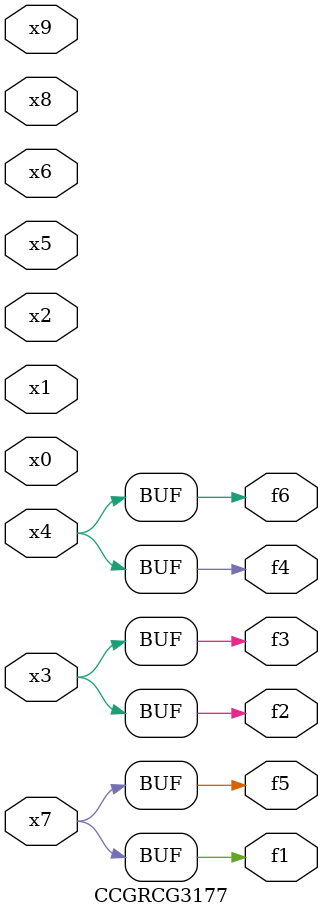
<source format=v>
module CCGRCG3177(
	input x0, x1, x2, x3, x4, x5, x6, x7, x8, x9,
	output f1, f2, f3, f4, f5, f6
);
	assign f1 = x7;
	assign f2 = x3;
	assign f3 = x3;
	assign f4 = x4;
	assign f5 = x7;
	assign f6 = x4;
endmodule

</source>
